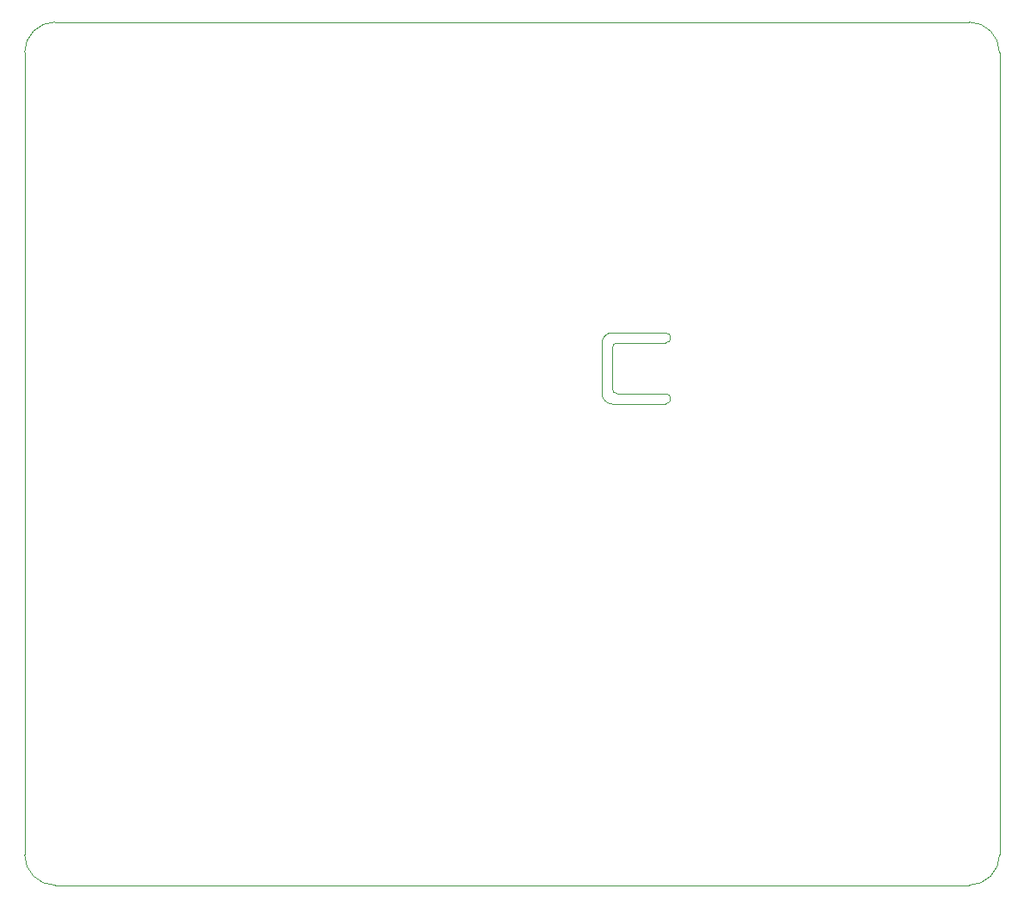
<source format=gbr>
%TF.GenerationSoftware,KiCad,Pcbnew,8.0.8*%
%TF.CreationDate,2025-03-05T18:01:18-08:00*%
%TF.ProjectId,LoRa-BLE-Sensor,4c6f5261-2d42-44c4-952d-53656e736f72,1*%
%TF.SameCoordinates,Original*%
%TF.FileFunction,Profile,NP*%
%FSLAX46Y46*%
G04 Gerber Fmt 4.6, Leading zero omitted, Abs format (unit mm)*
G04 Created by KiCad (PCBNEW 8.0.8) date 2025-03-05 18:01:18*
%MOMM*%
%LPD*%
G01*
G04 APERTURE LIST*
%TA.AperFunction,Profile*%
%ADD10C,0.050000*%
%TD*%
G04 APERTURE END LIST*
D10*
X121862500Y-62100000D02*
X121862500Y-66100000D01*
X122362500Y-66600000D02*
X127112500Y-66600000D01*
X120862500Y-61600000D02*
G75*
G02*
X121862500Y-60600000I1000000J0D01*
G01*
X122362500Y-66600000D02*
G75*
G02*
X121862500Y-66100000I0J500000D01*
G01*
X64000000Y-33000000D02*
G75*
G02*
X67000000Y-30000000I3000000J0D01*
G01*
X160000000Y-112000000D02*
G75*
G02*
X157000000Y-115000000I-3000000J0D01*
G01*
X127112500Y-67600000D02*
X121862500Y-67600000D01*
X121862500Y-62100000D02*
G75*
G02*
X122362500Y-61600000I500000J0D01*
G01*
X157000000Y-115000000D02*
X67000000Y-115000000D01*
X120862500Y-66600000D02*
X120862500Y-61600000D01*
X64000000Y-112000000D02*
X64000000Y-33000000D01*
X121862500Y-67600000D02*
G75*
G02*
X120862500Y-66600000I0J1000000D01*
G01*
X157000000Y-30000000D02*
G75*
G02*
X160000000Y-33000000I0J-3000000D01*
G01*
X121862500Y-60600000D02*
X127112500Y-60600000D01*
X127112500Y-60600000D02*
G75*
G02*
X127112500Y-61600000I0J-500000D01*
G01*
X127112500Y-66600000D02*
G75*
G02*
X127112500Y-67600000I0J-500000D01*
G01*
X67000000Y-30000000D02*
X157000000Y-30000000D01*
X160000000Y-33000000D02*
X160000000Y-112000000D01*
X127112500Y-61600000D02*
X122362500Y-61600000D01*
X67000000Y-115000000D02*
G75*
G02*
X64000000Y-112000000I0J3000000D01*
G01*
M02*

</source>
